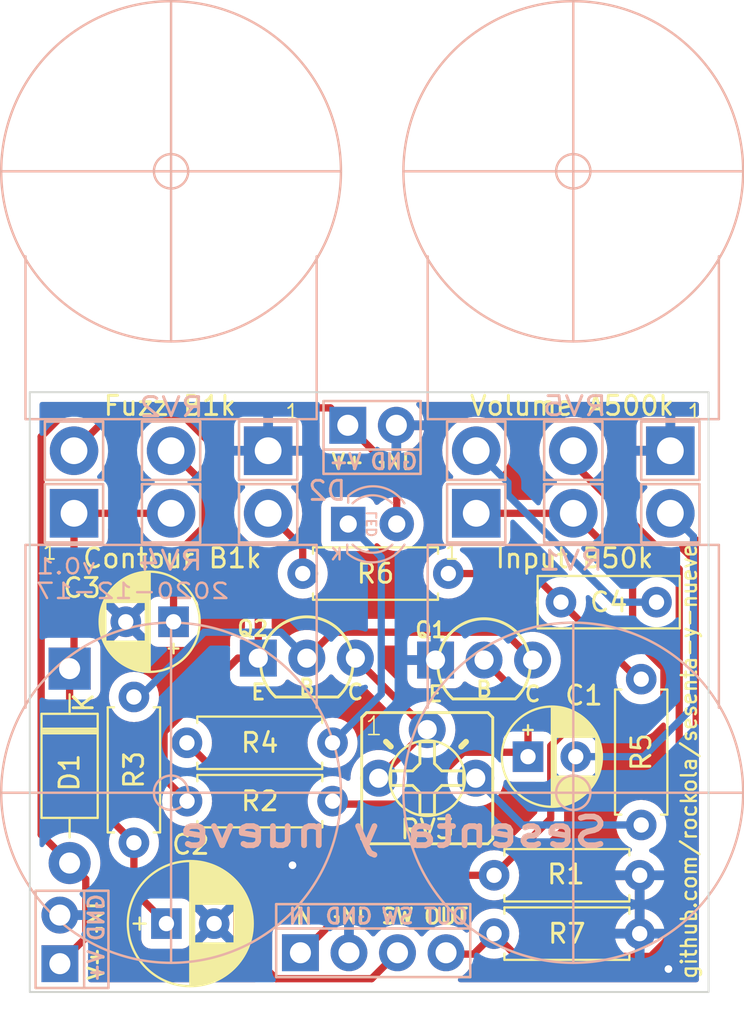
<source format=kicad_pcb>
(kicad_pcb (version 20201116) (generator pcbnew)
  (layers (0 "F.Cu" signal) (31 "B.Cu" signal) (34 "B.Paste" user) (35 "F.Paste" user) (36 "B.SilkS" user "B.Silkscreen") (37 "F.SilkS" user "F.Silkscreen") (38 "B.Mask" user) (39 "F.Mask" user) (44 "Edge.Cuts" user))
  (property "DATE" "2020-12-17")
  (property "REVISION" "v0.1")
  (property "TITLE" "Sesenta y nueve")
  (property "URL" "github.com/rockola/sesenta-y-nueve")
  (net 0 "")
  (net 1 "Net-(C1-Pad2)")
  (net 2 "Net-(Q1-Pad2)")
  (net 3 "GND")
  (net 4 "Net-(C4-Pad2)")
  (net 5 "Net-(C4-Pad1)")
  (net 6 "Net-(C3-Pad1)")
  (net 7 "VCC")
  (net 8 "+9V")
  (net 9 "Net-(D2-Pad1)")
  (net 10 "OUT")
  (net 11 "LED-")
  (net 12 "IN")
  (net 13 "Net-(Q1-Pad3)")
  (net 14 "Net-(Q2-Pad3)")
  (net 15 "Net-(Q2-Pad1)")
  (net 16 "Net-(R5-Pad2)")
  (net 17 "Net-(R6-Pad1)")
  (footprint "potentiometers:16MM_B.MOUNT" (layer "F.Cu") (at 150.07 86.96)
    (fp_text reference "RV5" (at 0.08 -2.335) (layer "B.SilkS") (effects (font (size 1 1.2) (thickness 0.1524)) (justify mirror)))
    (fp_text value "Volume A500k" (at -0.0635 -2.3495) (layer "F.SilkS"))
    (fp_text user "1" (at 6.35 -2.032) (layer "F.SilkS") (effects (font (size 0.77216 0.77216) (thickness 0.097536))))
    (pad "1" thru_hole rect (at 5.08 0 180) (size 2.54 2.54) (drill 1.4) (layers *.Cu *.Mask) (net 3 "GND"))
    (pad "2" thru_hole oval (at 0 0 180) (size 2.54 2.54) (drill 1.4) (layers *.Cu *.Mask) (net 10 "OUT"))
    (pad "3" thru_hole oval (at -5.08 0 180) (size 2.54 2.54) (drill 1.4) (layers *.Cu *.Mask) (net 4 "Net-(C4-Pad2)"))
  )
  (footprint "rockola_kicad_footprints:Power_Header_2pin_TOP" (layer "F.Cu") (at 123.2 109.96 90)
    (fp_text reference "J2" hide)
    (fp_text value "Power" hide)
    (fp_text user "V+" (at -3.937 1.905 90 unlocked) (layer "B.SilkS") (effects (font (size 0.8 0.8)) (justify mirror)))
    (fp_text user "GND" (at -1.397 1.905 90 unlocked) (layer "B.SilkS") (effects (font (size 0.8 0.8)) (justify mirror)))
    (fp_text user "V+" (at -3.81 1.905 90 unlocked) (layer "F.SilkS") (effects (font (size 0.8 0.8))))
    (fp_text user "GND" (at -1.397 1.905 90 unlocked) (layer "F.SilkS") (effects (font (size 0.8 0.8))))
    (pad "1" thru_hole rect (at -3.81 0 90) (size 1.9304 1.9304) (drill 1.1) (layers *.Cu *.Mask) (net 8 "+9V"))
    (pad "2" thru_hole oval (at -1.27 0 90) (size 1.9304 1.9304) (drill 1.1) (layers *.Cu *.Mask) (net 3 "GND"))
  )
  (footprint "rockola_kicad_footprints:R_DIN0207" (layer "F.Cu") (at 129.85 102.225)
    (fp_text reference "R4" (at 3.81 0) (layer "F.SilkS"))
    (fp_text value "CLR")
    (pad "1" thru_hole circle (at 0 0) (size 1.6 1.6) (drill 0.8) (layers *.Cu *.Mask) (net 11 "LED-"))
    (pad "2" thru_hole oval (at 7.62 0) (size 1.6 1.6) (drill 0.8) (layers *.Cu *.Mask) (net 9 "Net-(D2-Pad1)"))
  )
  (footprint "potentiometers:16MM_B.MOUNT" (layer "F.Cu") (at 129.02 86.96)
    (fp_text reference "RV2" (at 0.03 -2.285) (layer "B.SilkS") (effects (font (size 1 1.2065) (thickness 0.1524)) (justify mirror)))
    (fp_text value "Fuzz B1k" (at -0.0635 -2.3495) (layer "F.SilkS"))
    (fp_text user "1" (at 6.35 -2.032) (layer "F.SilkS") (effects (font (size 0.77216 0.77216) (thickness 0.097536))))
    (pad "1" thru_hole rect (at 5.08 0 180) (size 2.54 2.54) (drill 1.4) (layers *.Cu *.Mask) (net 3 "GND"))
    (pad "2" thru_hole oval (at 0 0 180) (size 2.54 2.54) (drill 1.4) (layers *.Cu *.Mask) (net 6 "Net-(C3-Pad1)"))
    (pad "3" thru_hole oval (at -5.08 0 180) (size 2.54 2.54) (drill 1.4) (layers *.Cu *.Mask) (net 15 "Net-(Q2-Pad1)"))
  )
  (footprint "rockola_kicad_footprints:Stomp_4pin" (layer "F.Cu") (at 139.6 113.2)
    (fp_text reference "J1" hide)
    (fp_text value "Stomp" hide)
    (fp_text user "SW" (at 1.27 -1.905 unlocked) (layer "B.SilkS") (effects (font (size 0.8 0.8)) (justify mirror)))
    (fp_text user "GND" (at -1.27 -1.905 unlocked) (layer "B.SilkS") (effects (font (size 0.8 0.8)) (justify mirror)))
    (fp_text user "OUT" (at 3.81 -1.905 unlocked) (layer "B.SilkS") (effects (font (size 0.8 0.8)) (justify mirror)))
    (fp_text user "IN" (at -3.81 -1.905 unlocked) (layer "B.SilkS") (effects (font (size 0.8 0.8)) (justify mirror)))
    (fp_text user "OUT" (at 3.81 -1.905 unlocked) (layer "F.SilkS") (effects (font (size 0.8 0.8))))
    (fp_text user "SW" (at 1.27 -1.905 unlocked) (layer "F.SilkS") (effects (font (size 0.8 0.8))))
    (fp_text user "GND" (at -1.27 -1.905 unlocked) (layer "F.SilkS") (effects (font (size 0.8 0.8))))
    (fp_text user "IN" (at -3.81 -1.905 unlocked) (layer "F.SilkS") (effects (font (size 0.8 0.8))))
    (pad "1" thru_hole rect (at -3.81 0) (size 1.9304 1.9304) (drill 1.1) (layers *.Cu *.Mask) (net 12 "IN"))
    (pad "2" thru_hole oval (at -1.27 0) (size 1.9304 1.9304) (drill 1.1) (layers *.Cu *.Mask) (net 3 "GND"))
    (pad "3" thru_hole oval (at 1.27 0) (size 1.9304 1.9304) (drill 1.1) (layers *.Cu *.Mask) (net 11 "LED-"))
    (pad "4" thru_hole oval (at 3.81 0) (size 1.9304 1.9304) (drill 1.1) (layers *.Cu *.Mask) (net 10 "OUT"))
  )
  (footprint "potentiometers:16MM_B.MOUNT" (layer "F.Cu") (at 150.07 90.23 180)
    (fp_text reference "RV1" (at 0.12 -2.47) (layer "B.SilkS") (effects (font (size 1 1.2065) (thickness 0.1524)) (justify mirror)))
    (fp_text value "Input B50k" (at -0.0635 -2.3495) (layer "F.SilkS"))
    (fp_text user "1" (at 6.35 -2.032) (layer "F.SilkS") (effects (font (size 0.77216 0.77216) (thickness 0.097536))))
    (pad "1" thru_hole rect (at 5.08 0) (size 2.54 2.54) (drill 1.4) (layers *.Cu *.Mask) (net 12 "IN"))
    (pad "2" thru_hole oval (at 0 0) (size 2.54 2.54) (drill 1.4) (layers *.Cu *.Mask) (net 12 "IN"))
    (pad "3" thru_hole oval (at -5.08 0) (size 2.54 2.54) (drill 1.4) (layers *.Cu *.Mask) (net 1 "Net-(C1-Pad2)"))
  )
  (footprint "rockola_kicad_footprints:Power_Header_2pin_TOP" (layer "F.Cu") (at 142.08 85.63)
    (fp_text reference "J3" hide)
    (fp_text value "Power TOP" hide)
    (fp_text user "V+" (at -3.937 1.905 unlocked) (layer "B.SilkS") (effects (font (size 0.8 0.8)) (justify mirror)))
    (fp_text user "GND" (at -1.397 1.905 unlocked) (layer "B.SilkS") (effects (font (size 0.8 0.8)) (justify mirror)))
    (fp_text user "GND" (at -1.397 1.905 unlocked) (layer "F.SilkS") (effects (font (size 0.8 0.8))))
    (fp_text user "V+" (at -3.81 1.905 unlocked) (layer "F.SilkS") (effects (font (size 0.8 0.8))))
    (pad "1" thru_hole rect (at -3.81 0) (size 1.9304 1.9304) (drill 1.1) (layers *.Cu *.Mask) (net 8 "+9V"))
    (pad "2" thru_hole oval (at -1.27 0) (size 1.9304 1.9304) (drill 1.1) (layers *.Cu *.Mask) (net 3 "GND"))
  )
  (footprint "rockola_kicad_footprints:R_DIN0207" (layer "F.Cu") (at 145.925 112.2)
    (fp_text reference "R7" (at 3.81 0) (layer "F.SilkS"))
    (fp_text value "1M")
    (pad "1" thru_hole circle (at 0 0) (size 1.6 1.6) (drill 0.8) (layers *.Cu *.Mask) (net 10 "OUT"))
    (pad "2" thru_hole oval (at 7.62 0) (size 1.6 1.6) (drill 0.8) (layers *.Cu *.Mask) (net 3 "GND"))
  )
  (footprint "Diode_THT:D_DO-41_SOD81_P10.16mm_Horizontal" (layer "F.Cu") (at 123.71 98.35 -90)
    (fp_text reference "D1" (at 5.43 0.01 -270) (layer "F.SilkS"))
    (fp_text value "1N5817")
    (fp_text user "K" (at 1.78 -0.73 -270) (layer "F.SilkS"))
    (pad "1" thru_hole rect (at 0 0 270) (size 2.2 2.2) (drill 1.1) (layers *.Cu *.Mask) (net 7 "VCC"))
    (pad "2" thru_hole oval (at 10.16 0 270) (size 2.2 2.2) (drill 1.1) (layers *.Cu *.Mask) (net 8 "+9V"))
  )
  (footprint "rockola_kicad_footprints:R_DIN0207" (layer "F.Cu") (at 153.625 98.9 -90)
    (fp_text reference "R5" (at 3.81 0 90) (layer "F.SilkS"))
    (fp_text value "1k")
    (pad "1" thru_hole circle (at 0 0 270) (size 1.6 1.6) (drill 0.8) (layers *.Cu *.Mask) (net 5 "Net-(C4-Pad1)"))
    (pad "2" thru_hole oval (at 7.62 0 270) (size 1.6 1.6) (drill 0.8) (layers *.Cu *.Mask) (net 16 "Net-(R5-Pad2)"))
  )
  (footprint "rockola_kicad_footprints:R_DIN0207" (layer "F.Cu") (at 137.475 105.275 180)
    (fp_text reference "R2" (at 3.81 0) (layer "F.SilkS"))
    (fp_text value "100k")
    (pad "1" thru_hole circle (at 0 0 180) (size 1.6 1.6) (drill 0.8) (layers *.Cu *.Mask) (net 2 "Net-(Q1-Pad2)"))
    (pad "2" thru_hole oval (at 7.62 0 180) (size 1.6 1.6) (drill 0.8) (layers *.Cu *.Mask) (net 15 "Net-(Q2-Pad1)"))
  )
  (footprint "rockola_kicad_footprints:CP_D5.0_P2.50" (layer "F.Cu") (at 129.15 95.9 180)
    (fp_text reference "C3" (at 4.79 1.77 180) (layer "F.SilkS"))
    (fp_text value "22u")
    (pad "1" thru_hole rect (at 0 0 180) (size 1.6 1.6) (drill 0.8) (layers *.Cu *.Mask) (net 6 "Net-(C3-Pad1)"))
    (pad "2" thru_hole circle (at 2.5 0 180) (size 1.6 1.6) (drill 0.8) (layers *.Cu *.Mask) (net 3 "GND"))
  )
  (footprint "potentiometers:16MM_B.MOUNT" (layer "F.Cu") (at 129.02 90.23 180)
    (fp_text reference "RV4" (at 0.02 -2.47) (layer "B.SilkS") (effects (font (size 1 1.2065) (thickness 0.1524)) (justify mirror)))
    (fp_text value "Contour B1k" (at -0.0635 -2.3495) (layer "F.SilkS"))
    (fp_text user "1" (at 6.35 -2.032) (layer "F.SilkS") (effects (font (size 0.77216 0.77216) (thickness 0.097536))))
    (pad "1" thru_hole rect (at 5.08 0) (size 2.54 2.54) (drill 1.4) (layers *.Cu *.Mask) (net 7 "VCC"))
    (pad "2" thru_hole oval (at 0 0) (size 2.54 2.54) (drill 1.4) (layers *.Cu *.Mask) (net 7 "VCC"))
    (pad "3" thru_hole oval (at -5.08 0) (size 2.54 2.54) (drill 1.4) (layers *.Cu *.Mask) (net 17 "Net-(R6-Pad1)"))
  )
  (footprint "potentiometers:TRIM1" (layer "F.Cu") (at 142.425 104.075)
    (fp_text reference "RV3" (at 0 2.667) (layer "F.SilkS"))
    (fp_text value "10k" hide)
    (fp_text user "1" (at -3.302 -2.159) (layer "F.SilkS") (effects (font (size 0.9652 0.9652) (thickness 0.08128)) (justify left bottom)))
    (pad "1" thru_hole oval (at -2.54 0) (size 1.9304 1.9304) (drill 1) (layers *.Cu *.Mask) (net 14 "Net-(Q2-Pad3)"))
    (pad "2" thru_hole oval (at 0 -2.54) (size 1.9304 1.9304) (drill 1) (layers *.Cu *.Mask) (net 14 "Net-(Q2-Pad3)"))
    (pad "3" thru_hole oval (at 2.54 0) (size 1.9304 1.9304) (drill 1) (layers *.Cu *.Mask) (net 16 "Net-(R5-Pad2)"))
  )
  (footprint "rockola_kicad_footprints:CP_D5.0_P2.50" (layer "F.Cu") (at 147.7 102.95)
    (fp_text reference "C1" (at 2.925 -3.2) (layer "F.SilkS"))
    (fp_text value "2u2")
    (pad "1" thru_hole rect (at 0 0) (size 1.6 1.6) (drill 0.8) (layers *.Cu *.Mask) (net 2 "Net-(Q1-Pad2)"))
    (pad "2" thru_hole circle (at 2.5 0) (size 1.6 1.6) (drill 0.8) (layers *.Cu *.Mask) (net 1 "Net-(C1-Pad2)"))
  )
  (footprint "rockola_kicad_footprints:CP_D6.3_P2.50" (layer "F.Cu") (at 128.775 111.675)
    (fp_text reference "C2" (at 1.275 -4.125) (layer "F.SilkS"))
    (fp_text value "100u")
    (pad "1" thru_hole rect (at 0 0) (size 1.6 1.6) (drill 0.8) (layers *.Cu *.Mask) (net 7 "VCC"))
    (pad "2" thru_hole circle (at 2.5 0) (size 1.6 1.6) (drill 0.8) (layers *.Cu *.Mask) (net 3 "GND"))
  )
  (footprint "rockola_kicad_footprints:R_DIN0207" (layer "F.Cu") (at 145.925 109.15)
    (fp_text reference "R1" (at 3.76 -0.05) (layer "F.SilkS"))
    (fp_text value "1M")
    (pad "1" thru_hole circle (at 0 0) (size 1.6 1.6) (drill 0.8) (layers *.Cu *.Mask) (net 12 "IN"))
    (pad "2" thru_hole oval (at 7.62 0) (size 1.6 1.6) (drill 0.8) (layers *.Cu *.Mask) (net 3 "GND"))
  )
  (footprint "rockola_kicad_footprints:R_DIN0207" (layer "F.Cu") (at 127.075 107.45 90)
    (fp_text reference "R3" (at 3.81 0 90) (layer "F.SilkS"))
    (fp_text value "33k")
    (pad "1" thru_hole circle (at 0 0 90) (size 1.6 1.6) (drill 0.8) (layers *.Cu *.Mask) (net 7 "VCC"))
    (pad "2" thru_hole oval (at 7.62 0 90) (size 1.6 1.6) (drill 0.8) (layers *.Cu *.Mask) (net 13 "Net-(Q1-Pad3)"))
  )
  (footprint "rockola_kicad_footprints:TO92_EBC" (layer "F.Cu") (at 145.4 97.9)
    (fp_text reference "Q1" (at -1.89 -2.04) (layer "F.SilkS") (effects (font (size 0.8 0.8)) (justify right top)))
    (fp_text value "Q_NPN_EBC" hide)
    (fp_text user "E" (at -2.54 1.778 unlocked) (layer "F.SilkS") (effects (font (size 0.8 0.8))))
    (fp_text user "C" (at 2.54 1.778 unlocked) (layer "F.SilkS") (effects (font (size 0.8 0.8))))
    (fp_text user "B" (at 0 1.524 unlocked) (layer "F.SilkS") (effects (font (size 0.8 0.8))))
    (pad "1" thru_hole rect (at -2.54 0 180) (size 1.9304 1.9304) (drill 1) (layers *.Cu *.Mask) (net 3 "GND"))
    (pad "2" thru_hole oval (at 0 0 180) (size 1.9304 1.9304) (drill 1) (layers *.Cu *.Mask) (net 2 "Net-(Q1-Pad2)"))
    (pad "3" thru_hole oval (at 2.54 0 180) (size 1.9304 1.9304) (drill 1) (layers *.Cu *.Mask) (net 13 "Net-(Q1-Pad3)"))
  )
  (footprint "rockola_kicad_footprints:C_Box_7.2_2.5" (layer "F.Cu") (at 149.425 94.875)
    (fp_text reference "C4" (at 2.5 0) (layer "F.SilkS"))
    (fp_text value "100n")
    (pad "1" thru_hole circle (at 0 0) (size 1.6 1.6) (drill 0.8) (layers *.Cu *.Mask) (net 5 "Net-(C4-Pad1)"))
    (pad "2" thru_hole circle (at 5 0) (size 1.6 1.6) (drill 0.8) (layers *.Cu *.Mask) (net 4 "Net-(C4-Pad2)"))
  )
  (footprint "rockola_kicad_footprints:R_DIN0207" (layer "F.Cu") (at 135.91 93.38)
    (fp_text reference "R6" (at 3.81 0) (layer "F.SilkS"))
    (fp_text value "220R")
    (pad "1" thru_hole circle (at 0 0) (size 1.6 1.6) (drill 0.8) (layers *.Cu *.Mask) (net 17 "Net-(R6-Pad1)"))
    (pad "2" thru_hole oval (at 7.62 0) (size 1.6 1.6) (drill 0.8) (layers *.Cu *.Mask) (net 5 "Net-(C4-Pad1)"))
  )
  (footprint "rockola_kicad_footprints:TO92_EBC" (layer "F.Cu") (at 136.125 97.8)
    (fp_text reference "Q2" (at -1.93 -2.01) (layer "F.SilkS") (effects (font (size 0.8 0.8)) (justify right top)))
    (fp_text value "Q_NPN_EBC" hide)
    (fp_text user "C" (at 2.54 1.778 unlocked) (layer "F.SilkS") (effects (font (size 0.8 0.8))))
    (fp_text user "B" (at 0 1.524 unlocked) (layer "F.SilkS") (effects (font (size 0.8 0.8))))
    (fp_text user "E" (at -2.54 1.778 unlocked) (layer "F.SilkS") (effects (font (size 0.8 0.8))))
    (pad "1" thru_hole rect (at -2.54 0 180) (size 1.9304 1.9304) (drill 1) (layers *.Cu *.Mask) (net 15 "Net-(Q2-Pad1)"))
    (pad "2" thru_hole oval (at 0 0 180) (size 1.9304 1.9304) (drill 1) (layers *.Cu *.Mask) (net 13 "Net-(Q1-Pad3)"))
    (pad "3" thru_hole oval (at 2.54 0 180) (size 1.9304 1.9304) (drill 1) (layers *.Cu *.Mask) (net 14 "Net-(Q2-Pad3)"))
  )
  (footprint "rockola_kicad_footprints:LED.3mm" (layer "B.Cu") (at 138.29 90.79)
    (fp_text reference "D2" (at -1.1 -1.74) (layer "B.SilkS") (effects (justify mirror)))
    (fp_text value "LED")
    (fp_text user "K" (at -0.6096 1.5748 unlocked) (layer "B.SilkS") (effects (font (size 0.6 0.6) (thickness 0.127)) (justify mirror)))
    (fp_text user "LED" (at 1.2446 0 -270 unlocked) (layer "B.SilkS") (effects (font (size 0.5 0.5) (thickness 0.1)) (justify mirror)))
    (pad "1" thru_hole rect (at 0 0) (size 1.8 1.8) (drill 0.9) (layers *.Cu *.Mask) (net 9 "Net-(D2-Pad1)"))
    (pad "2" thru_hole circle (at 2.54 0) (size 1.8 1.8) (drill 0.9) (layers *.Cu *.Mask) (net 8 "+9V"))
  )
  (gr_rect (start 121.625 83.9) (end 157.15 115.25) (layer "Edge.Cuts") (width 0.1) (fill none))
  (gr_text "${REVISION}\n${DATE}" (at 121.875 93.65) (layer "B.SilkS") (effects (font (size 0.8 1) (thickness 0.127)) (justify right mirror)))
  (gr_text "${TITLE}" (at 140.65 106.9) (layer "B.SilkS") (effects (font (size 1.5 1.8) (thickness 0.3)) (justify mirror)))
  (gr_text "${URL}" (at 156.125 103.2 90) (layer "F.SilkS") (effects (font (size 0.8 0.78) (thickness 0.127))))
  (segment (start 150.2 102.95) (end 150.375 102.775) (width 0.38) (layer "B.Cu") (net 1))
  (segment (start 156.36 100.34) (end 156.36 91.44) (width 0.38) (layer "B.Cu") (net 1))
  (segment (start 150.2 102.95) (end 153.75 102.95) (width 0.38) (layer "B.Cu") (net 1))
  (segment (start 153.75 102.95) (end 156.175 100.525) (width 0.38) (layer "B.Cu") (net 1))
  (segment (start 156.36 91.44) (end 155.15 90.23) (width 0.38) (layer "B.Cu") (net 1))
  (segment (start 156.175 100.525) (end 156.36 100.34) (width 0.38) (layer "B.Cu") (net 1))
  (segment (start 147.469799 102.719799) (end 147.7 102.95) (width 0.38) (layer "F.Cu") (net 2))
  (segment (start 137.630201 105.430201) (end 141.604101 105.430201) (width 0.38) (layer "F.Cu") (net 2))
  (segment (start 144.314503 102.719799) (end 147.469799 102.719799) (width 0.38) (layer "F.Cu") (net 2))
  (segment (start 141.604101 105.430201) (end 144.314503 102.719799) (width 0.38) (layer "F.Cu") (net 2))
  (segment (start 147.7 100.5) (end 147.7 100.2) (width 0.38) (layer "F.Cu") (net 2))
  (segment (start 147.7 102.95) (end 147.7 100.5) (width 0.38) (layer "F.Cu") (net 2))
  (segment (start 137.475 105.275) (end 137.630201 105.430201) (width 0.38) (layer "F.Cu") (net 2))
  (segment (start 147.7 100.2) (end 145.4 97.9) (width 0.38) (layer "F.Cu") (net 2))
  (via (at 135.375 108.625) (size 0.8) (drill 0.4) (layers "F.Cu" "B.Cu") (net 3))
  (via (at 155.05 114.05) (size 0.8) (drill 0.4) (layers "F.Cu" "B.Cu") (net 3))
  (segment (start 146.650001 88.620001) (end 144.99 86.96) (width 0.38) (layer "B.Cu") (net 4))
  (segment (start 154.425 94.875) (end 152.258198 94.875) (width 0.38) (layer "B.Cu") (net 4))
  (segment (start 146.650001 89.266803) (end 146.650001 88.620001) (width 0.38) (layer "B.Cu") (net 4))
  (segment (start 152.258198 94.875) (end 146.650001 89.266803) (width 0.38) (layer "B.Cu") (net 4))
  (segment (start 153.45 98.9) (end 149.425 94.875) (width 0.38) (layer "F.Cu") (net 5))
  (segment (start 149.425 94.875) (end 147.93 93.38) (width 0.38) (layer "F.Cu") (net 5))
  (segment (start 147.93 93.38) (end 143.53 93.38) (width 0.38) (layer "F.Cu") (net 5))
  (segment (start 153.625 98.9) (end 153.45 98.9) (width 0.38) (layer "F.Cu") (net 5))
  (segment (start 130.680001 88.620001) (end 129.02 86.96) (width 0.38) (layer "F.Cu") (net 6))
  (segment (start 130.680001 90.994999) (end 130.680001 88.620001) (width 0.38) (layer "F.Cu") (net 6))
  (segment (start 129.15 92.525) (end 130.680001 90.994999) (width 0.38) (layer "F.Cu") (net 6))
  (segment (start 129.15 95.9) (end 129.15 92.525) (width 0.38) (layer "F.Cu") (net 6))
  (segment (start 123.71 104.085) (end 123.71 98.35) (width 0.38) (layer "F.Cu") (net 7))
  (segment (start 123.94 90.23) (end 129.02 90.23) (width 0.38) (layer "F.Cu") (net 7))
  (segment (start 127.075 109.975) (end 127.075 107.45) (width 0.38) (layer "F.Cu") (net 7))
  (segment (start 123.71 98.35) (end 123.94 98.12) (width 0.38) (layer "F.Cu") (net 7))
  (segment (start 128.775 111.675) (end 127.075 109.975) (width 0.38) (layer "F.Cu") (net 7))
  (segment (start 127.075 107.45) (end 123.71 104.085) (width 0.38) (layer "F.Cu") (net 7))
  (segment (start 123.94 98.12) (end 123.94 90.23) (width 0.38) (layer "F.Cu") (net 7))
  (segment (start 124.555201 109.355201) (end 123.71 108.51) (width 0.38) (layer "F.Cu") (net 8))
  (segment (start 123.71 108.51) (end 122.21999 107.01999) (width 0.38) (layer "F.Cu") (net 8))
  (segment (start 122.21999 107.01999) (end 122.21999 86.223208) (width 0.38) (layer "F.Cu") (net 8))
  (segment (start 124.555201 112.414799) (end 124.555201 109.355201) (width 0.38) (layer "F.Cu") (net 8))
  (segment (start 123.2 113.77) (end 124.555201 112.414799) (width 0.38) (layer "F.Cu") (net 8))
  (segment (start 138.27 85.63) (end 140.83 88.19) (width 0.38) (layer "F.Cu") (net 8))
  (segment (start 122.21999 86.223208) (end 123.723209 84.719989) (width 0.38) (layer "F.Cu") (net 8))
  (segment (start 123.723209 84.719989) (end 137.359989 84.719989) (width 0.38) (layer "F.Cu") (net 8))
  (segment (start 137.359989 84.719989) (end 138.27 85.63) (width 0.38) (layer "F.Cu") (net 8))
  (segment (start 140.83 88.19) (end 140.83 90.79) (width 0.38) (layer "F.Cu") (net 8))
  (segment (start 137.47 102.225) (end 140.020201 99.674799) (width 0.38) (layer "B.Cu") (net 9))
  (segment (start 140.020201 99.674799) (end 140.020201 92.520201) (width 0.38) (layer "B.Cu") (net 9))
  (segment (start 140.020201 92.520201) (end 138.29 90.79) (width 0.38) (layer "B.Cu") (net 9))
  (segment (start 144.855 113.27) (end 145.925 112.2) (width 0.38) (layer "F.Cu") (net 10))
  (segment (start 147.115001 113.390001) (end 154.116201 113.390001) (width 0.38) (layer "F.Cu") (net 10))
  (segment (start 143.42 113.27) (end 144.855 113.27) (width 0.38) (layer "F.Cu") (net 10))
  (segment (start 155.615001 111.891201) (end 155.615001 93.151803) (width 0.38) (layer "F.Cu") (net 10))
  (segment (start 154.116201 113.390001) (end 155.615001 111.891201) (width 0.38) (layer "F.Cu") (net 10))
  (segment (start 155.615001 93.151803) (end 150.07 87.606802) (width 0.38) (layer "F.Cu") (net 10))
  (segment (start 145.925 112.2) (end 147.115001 113.390001) (width 0.38) (layer "F.Cu") (net 10))
  (segment (start 150.07 87.606802) (end 150.07 86.96) (width 0.38) (layer "F.Cu") (net 10))
  (segment (start 132.465001 104.840001) (end 132.465001 110.815001) (width 0.38) (layer "F.Cu") (net 11))
  (segment (start 132.465001 112.507403) (end 132.465001 110.815001) (width 0.38) (layer "F.Cu") (net 11))
  (segment (start 140.87 113.2) (end 139.514799 114.555201) (width 0.38) (layer "F.Cu") (net 11))
  (segment (start 134.512799 114.555201) (end 132.465001 112.507403) (width 0.38) (layer "F.Cu") (net 11))
  (segment (start 139.514799 114.555201) (end 134.512799 114.555201) (width 0.38) (layer "F.Cu") (net 11))
  (segment (start 129.85 102.225) (end 132.465001 104.840001) (width 0.38) (layer "F.Cu") (net 11))
  (segment (start 153.175 93.335) (end 153.175 96.688798) (width 0.38) (layer "F.Cu") (net 12))
  (segment (start 139.92 109.15) (end 135.8 113.27) (width 0.38) (layer "F.Cu") (net 12))
  (segment (start 154.815001 98.328799) (end 154.815001 100.096201) (width 0.38) (layer "F.Cu") (net 12))
  (segment (start 145.925 109.15) (end 139.92 109.15) (width 0.38) (layer "F.Cu") (net 12))
  (segment (start 150.131899 101.143101) (end 148.890001 102.384999) (width 0.38) (layer "F.Cu") (net 12))
  (segment (start 153.175 96.688798) (end 154.815001 98.328799) (width 0.38) (layer "F.Cu") (net 12))
  (segment (start 145.925 109.15) (end 148.890001 106.184999) (width 0.38) (layer "F.Cu") (net 12))
  (segment (start 154.815001 100.096201) (end 153.768101 101.143101) (width 0.38) (layer "F.Cu") (net 12))
  (segment (start 148.890001 106.184999) (end 148.890001 104.290001) (width 0.38) (layer "F.Cu") (net 12))
  (segment (start 153.768101 101.143101) (end 150.131899 101.143101) (width 0.38) (layer "F.Cu") (net 12))
  (segment (start 148.890001 102.384999) (end 148.890001 104.290001) (width 0.38) (layer "F.Cu") (net 12))
  (segment (start 144.99 90.23) (end 150.07 90.23) (width 0.38) (layer "F.Cu") (net 12))
  (segment (start 153.175 93.335) (end 150.07 90.23) (width 0.38) (layer "F.Cu") (net 12))
  (segment (start 147.94 97.9) (end 146.484799 96.444799) (width 0.38) (layer "F.Cu") (net 13))
  (segment (start 137.480201 96.444799) (end 136.125 97.8) (width 0.38) (layer "F.Cu") (net 13))
  (segment (start 146.484799 96.444799) (end 137.480201 96.444799) (width 0.38) (layer "F.Cu") (net 13))
  (segment (start 134.76979 96.44479) (end 136.125 97.8) (width 0.38) (layer "B.Cu") (net 13))
  (segment (start 127.075 99.83) (end 127.371558 99.83) (width 0.38) (layer "B.Cu") (net 13))
  (segment (start 130.756768 96.44479) (end 133.20521 96.44479) (width 0.38) (layer "B.Cu") (net 13))
  (segment (start 133.20521 96.44479) (end 134.76979 96.44479) (width 0.38) (layer "B.Cu") (net 13))
  (segment (start 127.371558 99.83) (end 130.756768 96.44479) (width 0.38) (layer "B.Cu") (net 13))
  (segment (start 139.885 104.075) (end 142.425 101.535) (width 0.38) (layer "F.Cu") (net 14))
  (segment (start 142.425 101.535) (end 142.4 101.535) (width 0.38) (layer "F.Cu") (net 14))
  (segment (start 142.4 101.535) (end 138.665 97.8) (width 0.38) (layer "F.Cu") (net 14))
  (segment (start 133.585 97.8) (end 133.585 92.485) (width 0.38) (layer "F.Cu") (net 15))
  (segment (start 131.9 90.8) (end 131.9 87.383198) (width 0.38) (layer "F.Cu") (net 15))
  (segment (start 132.513798 97.8) (end 133.585 97.8) (width 0.38) (layer "F.Cu") (net 15))
  (segment (start 123.94 86.96) (end 125.600001 85.299999) (width 0.38) (layer "F.Cu") (net 15))
  (segment (start 129.855 105.275) (end 128.65 104.07) (width 0.38) (layer "F.Cu") (net 15))
  (segment (start 128.65 101.663798) (end 132.513798 97.8) (width 0.38) (layer "F.Cu") (net 15))
  (segment (start 129.816801 85.299999) (end 131.108401 86.591599) (width 0.38) (layer "F.Cu") (net 15))
  (segment (start 128.65 104.07) (end 128.65 101.663798) (width 0.38) (layer "F.Cu") (net 15))
  (segment (start 131.9 87.383198) (end 131.108401 86.591599) (width 0.38) (layer "F.Cu") (net 15))
  (segment (start 133.585 92.485) (end 131.9 90.8) (width 0.38) (layer "F.Cu") (net 15))
  (segment (start 125.600001 85.299999) (end 129.816801 85.299999) (width 0.38) (layer "F.Cu") (net 15))
  (segment (start 153.625 106.52) (end 147.41 106.52) (width 0.38) (layer "B.Cu") (net 16))
  (segment (start 147.41 106.52) (end 144.965 104.075) (width 0.38) (layer "B.Cu") (net 16))
  (segment (start 135.91 92.04) (end 134.1 90.23) (width 0.38) (layer "F.Cu") (net 17))
  (segment (start 135.91 93.38) (end 135.91 92.04) (width 0.38) (layer "F.Cu") (net 17))
  (zone (net 3) (net_name "GND") (layers F&B.Cu) (connect_pads (clearance 0.508)) (min_thickness 0.254) (fill yes (thermal_gap 0.508) (thermal_bridge_width 0.508))
    (polygon (pts (xy 157.48 83.45) (xy 157.275 115.175) (xy 121.55 115.27) (xy 121.3 83.575)))
  )
)
</source>
